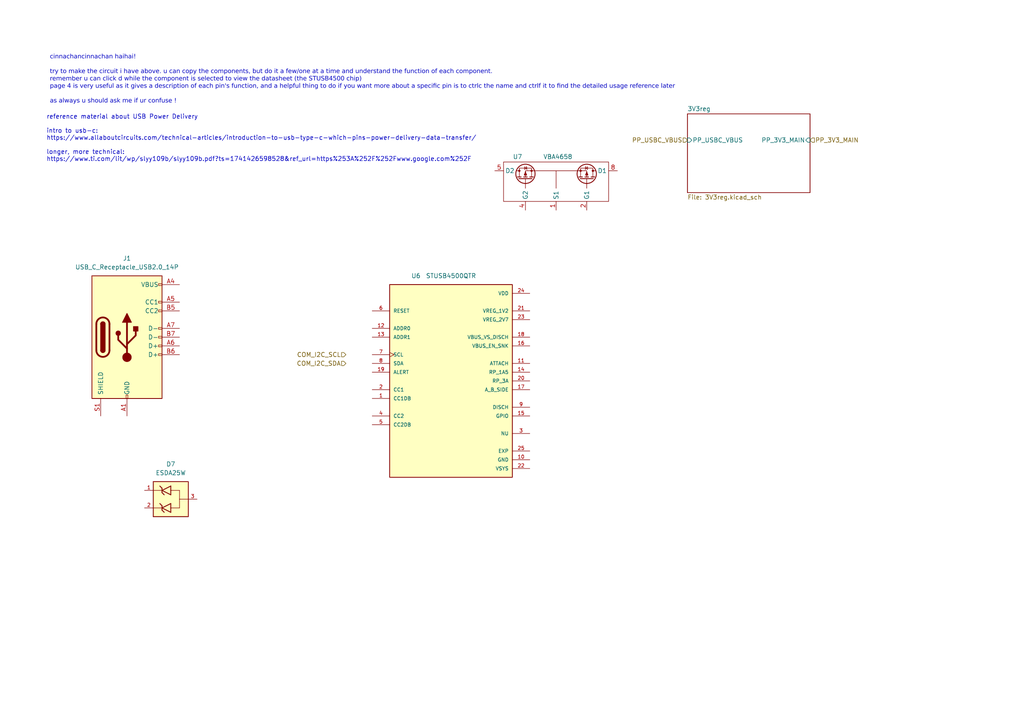
<source format=kicad_sch>
(kicad_sch (version 20250114) (generator "eeschema") (generator_version "9.0")
  (paper "A4")
  (lib_symbols
    (symbol "Connector:USB_C_Receptacle_USB2.0" (pin_names (offset 1.016))
      (property "Reference" "J6" (at 0 22.86 0))
      (property "Value" "USB_C_Receptacle_USB2.0" (at 0 20.32 0))
      (symbol "USB_C_Receptacle_USB2.0_0_0"
        (rectangle (start -0.254 -17.78) (end 0.254 -16.764))
        (rectangle (start 10.16 15.494) (end 9.144 14.986))
        (rectangle (start 10.16 10.414) (end 9.144 9.906))
        (rectangle (start 10.16 7.874) (end 9.144 7.366))
        (rectangle (start 10.16 2.794) (end 9.144 2.286))
        (rectangle (start 10.16 0.254) (end 9.144 -0.254))
        (rectangle (start 10.16 -2.286) (end 9.144 -2.794))
        (rectangle (start 10.16 -4.826) (end 9.144 -5.334))
        (rectangle (start 10.16 -12.446) (end 9.144 -12.954))
        (rectangle (start 10.16 -14.986) (end 9.144 -15.494))
      )
      (symbol "USB_C_Receptacle_USB2.0_0_1"
        (rectangle (start -10.16 17.78) (end 10.16 -17.78) (stroke (width 0.254)) (fill (type background)))
        (polyline (pts (xy -8.89 -3.81) (xy -8.89 3.81)) (stroke (width 0.508)))
        (rectangle (start -7.62 -3.81) (end -6.35 3.81) (stroke (width 0.254)) (fill (type outline)))
        (arc (start -7.62 3.81) (mid -6.985 4.4423) (end -6.35 3.81) (stroke (width 0.254)))
        (arc (start -7.62 3.81) (mid -6.985 4.4423) (end -6.35 3.81) (stroke (width 0.254)) (fill (type outline)))
        (arc (start -8.89 3.81) (mid -6.985 5.7067) (end -5.08 3.81) (stroke (width 0.508)))
        (arc (start -5.08 -3.81) (mid -6.985 -5.7067) (end -8.89 -3.81) (stroke (width 0.508)))
        (arc (start -6.35 -3.81) (mid -6.985 -4.4423) (end -7.62 -3.81) (stroke (width 0.254)))
        (arc (start -6.35 -3.81) (mid -6.985 -4.4423) (end -7.62 -3.81) (stroke (width 0.254)) (fill (type outline)))
        (polyline (pts (xy -5.08 3.81) (xy -5.08 -3.81)) (stroke (width 0.508)))
        (circle (center -2.54 1.143) (radius 0.635) (stroke (width 0.254)) (fill (type outline)))
        (polyline (pts (xy -1.27 4.318) (xy 0 6.858) (xy 1.27 4.318) (xy -1.27 4.318)) (stroke (width 0.254)) (fill (type outline)))
        (polyline (pts (xy 0 -2.032) (xy 2.54 0.508) (xy 2.54 1.778)) (stroke (width 0.508)))
        (polyline (pts (xy 0 -3.302) (xy -2.54 -0.762) (xy -2.54 0.508)) (stroke (width 0.508)))
        (polyline (pts (xy 0 -5.842) (xy 0 4.318)) (stroke (width 0.508)))
        (circle (center 0 -5.842) (radius 1.27) (fill (type outline)))
        (rectangle (start 1.905 1.778) (end 3.175 3.048) (stroke (width 0.254)) (fill (type outline)))
      )
      (symbol "USB_C_Receptacle_USB2.0_1_1"
        (pin passive line (at -7.62 -22.86 90) (length 5.08) (name "SHIELD") (number "S1"))
        (pin passive line (at 0 -22.86 90) (length 5.08) (hide yes) (name "GND") (number "A12B1"))
        (pin passive line (at 0 -22.86 90) (length 5.08) (name "GND") (number "A1B12"))
        (pin passive line (at 15.24 15.24 180) (length 5.08) (name "VBUS") (number "A4B9"))
        (pin passive line (at 15.24 15.24 180) (length 5.08) (hide yes) (name "VBUS") (number "A9B4"))
        (pin bidirectional line (at 15.24 10.16 180) (length 5.08) (name "CC1") (number "A5"))
        (pin bidirectional line (at 15.24 7.62 180) (length 5.08) (name "CC2") (number "B5"))
        (pin bidirectional line (at 15.24 2.54 180) (length 5.08) (name "D-") (number "A7"))
        (pin bidirectional line (at 15.24 0 180) (length 5.08) (name "D-") (number "B7"))
        (pin bidirectional line (at 15.24 -2.54 180) (length 5.08) (name "D+") (number "A6"))
        (pin bidirectional line (at 15.24 -5.08 180) (length 5.08) (name "D+") (number "B6"))
        (pin bidirectional line (at 15.24 -12.7 180) (length 5.08) (name "SBU1") (number "A8"))
        (pin bidirectional line (at 15.24 -15.24 180) (length 5.08) (name "SBU2") (number "B8"))
      )
    )
    (symbol "Connector:USB_C_Receptacle_USB2.0_14P" (pin_names (offset 1.016))
      (property "Reference" "J" (at 0 22.225 0))
      (property "Value" "USB_C_Receptacle_USB2.0_14P" (at 0 19.685 0))
      (symbol "USB_C_Receptacle_USB2.0_14P_0_0"
        (rectangle (start -0.254 -17.78) (end 0.254 -16.764))
        (rectangle (start 10.16 15.494) (end 9.144 14.986))
        (rectangle (start 10.16 10.414) (end 9.144 9.906))
        (rectangle (start 10.16 7.874) (end 9.144 7.366))
        (rectangle (start 10.16 2.794) (end 9.144 2.286))
        (rectangle (start 10.16 0.254) (end 9.144 -0.254))
        (rectangle (start 10.16 -2.286) (end 9.144 -2.794))
        (rectangle (start 10.16 -4.826) (end 9.144 -5.334))
      )
      (symbol "USB_C_Receptacle_USB2.0_14P_0_1"
        (rectangle (start -10.16 17.78) (end 10.16 -17.78) (stroke (width 0.254)) (fill (type background)))
        (polyline (pts (xy -8.89 -3.81) (xy -8.89 3.81)) (stroke (width 0.508)))
        (rectangle (start -7.62 -3.81) (end -6.35 3.81) (stroke (width 0.254)) (fill (type outline)))
        (arc (start -7.62 3.81) (mid -6.985 4.4423) (end -6.35 3.81) (stroke (width 0.254)))
        (arc (start -7.62 3.81) (mid -6.985 4.4423) (end -6.35 3.81) (stroke (width 0.254)) (fill (type outline)))
        (arc (start -8.89 3.81) (mid -6.985 5.7067) (end -5.08 3.81) (stroke (width 0.508)))
        (arc (start -5.08 -3.81) (mid -6.985 -5.7067) (end -8.89 -3.81) (stroke (width 0.508)))
        (arc (start -6.35 -3.81) (mid -6.985 -4.4423) (end -7.62 -3.81) (stroke (width 0.254)))
        (arc (start -6.35 -3.81) (mid -6.985 -4.4423) (end -7.62 -3.81) (stroke (width 0.254)) (fill (type outline)))
        (polyline (pts (xy -5.08 3.81) (xy -5.08 -3.81)) (stroke (width 0.508)))
        (circle (center -2.54 1.143) (radius 0.635) (stroke (width 0.254)) (fill (type outline)))
        (polyline (pts (xy -1.27 4.318) (xy 0 6.858) (xy 1.27 4.318) (xy -1.27 4.318)) (stroke (width 0.254)) (fill (type outline)))
        (polyline (pts (xy 0 -2.032) (xy 2.54 0.508) (xy 2.54 1.778)) (stroke (width 0.508)))
        (polyline (pts (xy 0 -3.302) (xy -2.54 -0.762) (xy -2.54 0.508)) (stroke (width 0.508)))
        (polyline (pts (xy 0 -5.842) (xy 0 4.318)) (stroke (width 0.508)))
        (circle (center 0 -5.842) (radius 1.27) (fill (type outline)))
        (rectangle (start 1.905 1.778) (end 3.175 3.048) (stroke (width 0.254)) (fill (type outline)))
      )
      (symbol "USB_C_Receptacle_USB2.0_14P_1_1"
        (pin passive line (at -7.62 -22.86 90) (length 5.08) (name "SHIELD") (number "S1"))
        (pin passive line (at 0 -22.86 90) (length 5.08) (name "GND") (number "A1"))
        (pin passive line (at 0 -22.86 90) (length 5.08) (hide yes) (name "GND") (number "A12"))
        (pin passive line (at 0 -22.86 90) (length 5.08) (hide yes) (name "GND") (number "B1"))
        (pin passive line (at 0 -22.86 90) (length 5.08) (hide yes) (name "GND") (number "B12"))
        (pin passive line (at 15.24 15.24 180) (length 5.08) (name "VBUS") (number "A4"))
        (pin passive line (at 15.24 15.24 180) (length 5.08) (hide yes) (name "VBUS") (number "A9"))
        (pin passive line (at 15.24 15.24 180) (length 5.08) (hide yes) (name "VBUS") (number "B4"))
        (pin passive line (at 15.24 15.24 180) (length 5.08) (hide yes) (name "VBUS") (number "B9"))
        (pin bidirectional line (at 15.24 10.16 180) (length 5.08) (name "CC1") (number "A5"))
        (pin bidirectional line (at 15.24 7.62 180) (length 5.08) (name "CC2") (number "B5"))
        (pin bidirectional line (at 15.24 2.54 180) (length 5.08) (name "D-") (number "A7"))
        (pin bidirectional line (at 15.24 0 180) (length 5.08) (name "D-") (number "B7"))
        (pin bidirectional line (at 15.24 -2.54 180) (length 5.08) (name "D+") (number "A6"))
        (pin bidirectional line (at 15.24 -5.08 180) (length 5.08) (name "D+") (number "B6"))
      )
    )
    (symbol "Device:C" (pin_numbers (hide yes)) (pin_names (offset 0.254))
      (property "Reference" "C" (at 0.635 2.54 0))
      (property "Value" "C" (at 0.635 -2.54 0))
      (symbol "C_0_1"
        (polyline (pts (xy -2.032 0.762) (xy 2.032 0.762)) (stroke (width 0.508)))
        (polyline (pts (xy -2.032 -0.762) (xy 2.032 -0.762)) (stroke (width 0.508)))
      )
      (symbol "C_1_1"
        (pin passive line (at 0 3.81 270) (length 2.794) (name "~") (number "1"))
        (pin passive line (at 0 -3.81 90) (length 2.794) (name "~") (number "2"))
      )
    )
    (symbol "Device:D_Zener" (pin_numbers (hide yes)) (pin_names (offset 1.016) (hide yes))
      (property "Reference" "D" (at 0 2.54 0))
      (property "Value" "D_Zener" (at 0 -2.54 0))
      (symbol "D_Zener_0_1"
        (polyline (pts (xy -1.27 -1.27) (xy -1.27 1.27) (xy -0.762 1.27)) (stroke (width 0.254)))
        (polyline (pts (xy 1.27 0) (xy -1.27 0)))
        (polyline (pts (xy 1.27 -1.27) (xy 1.27 1.27) (xy -1.27 0) (xy 1.27 -1.27)) (stroke (width 0.254)))
      )
      (symbol "D_Zener_1_1"
        (pin passive line (at -3.81 0 0) (length 2.54) (name "K") (number "1"))
        (pin passive line (at 3.81 0 180) (length 2.54) (name "A") (number "2"))
      )
    )
    (symbol "Device:R" (pin_numbers (hide yes)) (pin_names (offset 0))
      (property "Reference" "R" (at 2.032 0 90))
      (property "Value" "R" (at 0 0 90))
      (symbol "R_0_1"
        (rectangle (start -1.016 -2.54) (end 1.016 2.54) (stroke (width 0.254)))
      )
      (symbol "R_1_1"
        (pin passive line (at 0 3.81 270) (length 1.27) (name "~") (number "1"))
        (pin passive line (at 0 -3.81 90) (length 1.27) (name "~") (number "2"))
      )
    )
    (symbol "Jumper:Jumper_2_Open" (pin_names (offset 0) (hide yes))
      (property "Reference" "JP" (at 0 2.794 0))
      (property "Value" "Jumper_2_Open" (at 0 -2.286 0))
      (symbol "Jumper_2_Open_0_0"
        (circle (center -2.032 0) (radius 0.508))
        (circle (center 2.032 0) (radius 0.508))
      )
      (symbol "Jumper_2_Open_0_1"
        (arc (start -1.524 1.27) (mid 0 1.778) (end 1.524 1.27))
      )
      (symbol "Jumper_2_Open_1_1"
        (pin passive line (at -5.08 0 0) (length 2.54) (name "A") (number "1"))
        (pin passive line (at 5.08 0 180) (length 2.54) (name "B") (number "2"))
      )
    )
    (symbol "aaafootprintlib:ESDA25P35-1U1M" (pin_names (offset 1.016))
      (property "Reference" "D" (at -5.0835 2.4159 0))
      (property "Value" "ESDA25P35-1U1M" (at -5.0854 -4.9611 0))
      (symbol "ESDA25P35-1U1M_0_0"
        (polyline (pts (xy -1.27 0) (xy -1.27 1.27)) (stroke (width 0.254)))
        (polyline (pts (xy -1.27 0) (xy 1.27 -1.27)) (stroke (width 0.254)))
        (polyline (pts (xy -1.27 -1.27) (xy -1.27 0)) (stroke (width 0.254)))
        (polyline (pts (xy -0.635 -1.27) (xy -1.27 -1.27)) (stroke (width 0.254)))
        (polyline (pts (xy 1.27 1.27) (xy -1.27 0)) (stroke (width 0.254)))
        (polyline (pts (xy 1.27 -1.27) (xy 1.27 1.27)) (stroke (width 0.254)))
        (pin passive line (at -5.08 0 0) (length 5.08) (name "~") (number "C"))
        (pin passive line (at 5.08 0 180) (length 5.08) (name "~") (number "A"))
      )
    )
    (symbol "aaafootprintlib:ESDA25W" (pin_names (offset 1.016))
      (property "Reference" "D" (at -5.08 6.35 0))
      (property "Value" "ESDA25W" (at -5.08 -6.35 0))
      (symbol "ESDA25W_0_0"
        (polyline (pts (xy -5.08 2.54) (xy -2.54 2.54)) (stroke (width 0.1524)))
        (polyline (pts (xy -5.08 -2.54) (xy -2.54 -2.54)) (stroke (width 0.1524)))
        (rectangle (start -5.08 -5.08) (end 5.08 5.08) (stroke (width 0.254)) (fill (type background)))
        (polyline (pts (xy -3.175 3.81) (xy -2.54 3.175)) (stroke (width 0.254)))
        (polyline (pts (xy -3.175 -1.27) (xy -2.54 -1.905)) (stroke (width 0.254)))
        (polyline (pts (xy -2.54 3.175) (xy -2.54 2.54)) (stroke (width 0.254)))
        (polyline (pts (xy -2.54 2.54) (xy -2.54 1.905)) (stroke (width 0.254)))
        (polyline (pts (xy -2.54 2.54) (xy 0 3.81)) (stroke (width 0.254)))
        (polyline (pts (xy -2.54 1.905) (xy -1.905 1.27)) (stroke (width 0.254)))
        (polyline (pts (xy -2.54 -1.905) (xy -2.54 -2.54)) (stroke (width 0.254)))
        (polyline (pts (xy -2.54 -2.54) (xy -2.54 -3.175)) (stroke (width 0.254)))
        (polyline (pts (xy -2.54 -2.54) (xy 0 -1.27)) (stroke (width 0.254)))
        (polyline (pts (xy -2.54 -3.175) (xy -1.905 -3.81)) (stroke (width 0.254)))
        (polyline (pts (xy 0 3.81) (xy 0 2.54)) (stroke (width 0.254)))
        (polyline (pts (xy 0 2.54) (xy 0 1.27)) (stroke (width 0.254)))
        (polyline (pts (xy 0 1.27) (xy -2.54 2.54)) (stroke (width 0.254)))
        (polyline (pts (xy 0 -1.27) (xy 0 -2.54)) (stroke (width 0.254)))
        (polyline (pts (xy 0 -2.54) (xy 0 -3.81)) (stroke (width 0.254)))
        (polyline (pts (xy 0 -3.81) (xy -2.54 -2.54)) (stroke (width 0.254)))
        (polyline (pts (xy 2.54 2.54) (xy 0 2.54)) (stroke (width 0.1524)))
        (polyline (pts (xy 2.54 0) (xy 2.54 2.54)) (stroke (width 0.1524)))
        (polyline (pts (xy 2.54 0) (xy 5.08 0)) (stroke (width 0.1524)))
        (polyline (pts (xy 2.54 -2.54) (xy 0 -2.54)) (stroke (width 0.1524)))
        (polyline (pts (xy 2.54 -2.54) (xy 2.54 0)) (stroke (width 0.1524)))
        (pin passive line (at -7.62 2.54 0) (length 2.54) (name "~") (number "1"))
        (pin passive line (at -7.62 -2.54 0) (length 2.54) (name "~") (number "2"))
        (pin passive line (at 7.62 0 180) (length 2.54) (name "~") (number "3"))
      )
    )
    (symbol "aaafootprintlib:STUSB4500LQTR" (pin_names (offset 1.016))
      (property "Reference" "U" (at -17.78 28.575 0))
      (property "Value" "STUSB4500LQTR" (at -17.78 -30.48 0))
      (symbol "STUSB4500LQTR_0_0"
        (rectangle (start -17.78 -27.94) (end 17.78 27.94) (stroke (width 0.254)) (fill (type background)))
        (pin input line (at -22.86 20.32 0) (length 5.08) (name "RESET") (number "6"))
        (pin input line (at -22.86 15.24 0) (length 5.08) (name "ADDR0") (number "12"))
        (pin input line (at -22.86 12.7 0) (length 5.08) (name "ADDR1") (number "13"))
        (pin input clock (at -22.86 7.62 0) (length 5.08) (name "SCL") (number "7"))
        (pin bidirectional line (at -22.86 5.08 0) (length 5.08) (name "SDA") (number "8"))
        (pin output line (at -22.86 2.54 0) (length 5.08) (name "ALERT") (number "19"))
        (pin bidirectional line (at -22.86 -2.54 0) (length 5.08) (name "CC1") (number "2"))
        (pin bidirectional line (at -22.86 -5.08 0) (length 5.08) (name "CC1DB") (number "1"))
        (pin bidirectional line (at -22.86 -10.16 0) (length 5.08) (name "CC2") (number "4"))
        (pin bidirectional line (at -22.86 -12.7 0) (length 5.08) (name "CC2DB") (number "5"))
        (pin power_in line (at 22.86 25.4 180) (length 5.08) (name "VDD") (number "24"))
        (pin output line (at 22.86 20.32 180) (length 5.08) (name "VREG_1V2") (number "21"))
        (pin output line (at 22.86 17.78 180) (length 5.08) (name "VREG_2V7") (number "23"))
        (pin input line (at 22.86 12.7 180) (length 5.08) (name "VBUS_VS_DISCH") (number "18"))
        (pin output line (at 22.86 10.16 180) (length 5.08) (name "VBUS_EN_SNK") (number "16"))
        (pin output line (at 22.86 5.08 180) (length 5.08) (name "ATTACH") (number "11"))
        (pin output line (at 22.86 2.54 180) (length 5.08) (name "RP_1A5") (number "14"))
        (pin output line (at 22.86 0 180) (length 5.08) (name "RP_3A") (number "20"))
        (pin output line (at 22.86 -2.54 180) (length 5.08) (name "A_B_SIDE") (number "17"))
        (pin bidirectional line (at 22.86 -7.62 180) (length 5.08) (name "DISCH") (number "9"))
        (pin bidirectional line (at 22.86 -10.16 180) (length 5.08) (name "GPIO") (number "15"))
        (pin passive line (at 22.86 -15.24 180) (length 5.08) (name "NU") (number "3"))
        (pin power_in line (at 22.86 -20.32 180) (length 5.08) (name "EXP") (number "25"))
        (pin power_in line (at 22.86 -22.86 180) (length 5.08) (name "GND") (number "10"))
        (pin power_in line (at 22.86 -25.4 180) (length 5.08) (name "VSYS") (number "22"))
      )
    )
    (symbol "aaafootprintlib:VBA4658"
      (property "Reference" "U2" (at -10.922 -2.286 0))
      (property "Value" "VBA4658" (at 0.762 -2.286 0))
      (symbol "VBA4658_0_1"
        (rectangle (start -13.97 -3.81) (end 16.51 -15.24))
        (polyline (pts (xy -10.16 -6.35) (xy -9.398 -6.35)))
        (polyline (pts (xy -9.906 -8.128) (xy -8.89 -8.128)) (stroke (width 0.254)))
        (polyline (pts (xy -9.525 -8.636) (xy -5.715 -8.636)) (stroke (width 0.254)))
        (circle (center -9.398 -6.35) (radius 0.254) (fill (type outline)))
        (polyline (pts (xy -9.398 -8.128) (xy -9.398 -5.588) (xy -5.842 -5.588) (xy -5.842 -8.128)))
        (polyline (pts (xy -8.128 -8.128) (xy -7.112 -8.128)) (stroke (width 0.254)))
        (polyline (pts (xy -7.62 -6.604) (xy -8.001 -7.62) (xy -7.239 -7.62) (xy -7.62 -6.604)) (fill (type outline)))
        (circle (center -7.62 -7.239) (radius 2.794) (stroke (width 0.254)))
        (polyline (pts (xy -7.62 -8.636) (xy -7.62 -11.43)))
        (polyline (pts (xy -7.239 -5.588) (xy -7.874 -5.969) (xy -7.874 -5.207) (xy -7.239 -5.588)))
        (polyline (pts (xy -7.112 -6.096) (xy -7.239 -5.969) (xy -7.239 -5.207) (xy -7.366 -5.08)))
        (polyline (pts (xy -6.35 -8.128) (xy -5.334 -8.128)) (stroke (width 0.254)))
        (circle (center -5.842 -6.35) (radius 0.254) (fill (type outline)))
        (polyline (pts (xy -5.08 -6.35) (xy 7.62 -6.35)))
        (polyline (pts (xy -5.08 -6.35) (xy -7.62 -6.35) (xy -7.62 -8.128)))
        (polyline (pts (xy 1.27 -6.35) (xy 1.27 -11.43)))
        (polyline (pts (xy 7.62 -6.35) (xy 10.16 -6.35) (xy 10.16 -8.128)))
        (circle (center 8.382 -6.35) (radius 0.254) (fill (type outline)))
        (polyline (pts (xy 8.89 -8.128) (xy 7.874 -8.128)) (stroke (width 0.254)))
        (polyline (pts (xy 9.652 -6.096) (xy 9.779 -5.969) (xy 9.779 -5.207) (xy 9.906 -5.08)))
        (polyline (pts (xy 9.779 -5.588) (xy 10.414 -5.969) (xy 10.414 -5.207) (xy 9.779 -5.588)))
        (polyline (pts (xy 10.16 -6.604) (xy 10.541 -7.62) (xy 9.779 -7.62) (xy 10.16 -6.604)) (fill (type outline)))
        (circle (center 10.16 -7.239) (radius 2.794) (stroke (width 0.254)))
        (polyline (pts (xy 10.16 -8.636) (xy 10.16 -11.43)))
        (polyline (pts (xy 10.668 -8.128) (xy 9.652 -8.128)) (stroke (width 0.254)))
        (circle (center 11.938 -6.35) (radius 0.254) (fill (type outline)))
        (polyline (pts (xy 11.938 -8.128) (xy 11.938 -5.588) (xy 8.382 -5.588) (xy 8.382 -8.128)))
        (polyline (pts (xy 12.065 -8.636) (xy 8.255 -8.636)) (stroke (width 0.254)))
        (polyline (pts (xy 12.446 -8.128) (xy 11.43 -8.128)) (stroke (width 0.254)))
        (polyline (pts (xy 12.7 -6.35) (xy 11.938 -6.35)))
      )
      (symbol "VBA4658_1_1"
        (pin passive line (at -16.51 -6.35 0) (length 2.54) (hide yes) (name "D1") (number "7"))
        (pin passive line (at -16.51 -6.35 0) (length 2.54) (name "D1") (number "8"))
        (pin input line (at -7.62 -17.78 90) (length 2.54) (name "G1") (number "2"))
        (pin passive line (at 1.27 -17.78 90) (length 2.54) (name "S1") (number "1"))
        (pin passive line (at 1.27 -17.78 90) (length 2.54) (hide yes) (name "S2") (number "3"))
        (pin input line (at 10.16 -17.78 90) (length 2.54) (name "G2") (number "4"))
        (pin passive line (at 19.05 -6.35 180) (length 2.54) (name "D2") (number "5"))
        (pin passive line (at 19.05 -6.35 180) (length 2.54) (hide yes) (name "D2") (number "6"))
      )
    )
    (symbol "power:GND" (power) (pin_names (offset 0))
      (property "Value" "GND" (at 0 -3.81 0))
      (symbol "GND_0_1"
        (polyline (pts (xy 0 0) (xy 0 -1.27) (xy 1.27 -1.27) (xy 0 -2.54) (xy -1.27 -1.27) (xy 0 -1.27)))
      )
      (symbol "GND_1_1"
        (pin power_in line (at 0 0 270) (length 0) (hide yes) (name "GND") (number "1"))
      )
    )
  )
  (rectangle (start 13.97 -87.63) (end 275.59 -2.54))
  (text "cinnachancinnachan haihai!\n\ntry to make the circuit i have above. u can copy the components, but do it a few/one at a time and understand the function of each component.\nremember u can click d while the component is selected to view the datasheet (the STUSB4500 chip)\npage 4 is very useful as it gives a description of each pin's function, and a helpful thing to do if you want more about a specific pin is to ctrlc the name and ctrlf it to find the detailed usage reference later\n\nas always u should ask me if ur confuse !" (at 14.478 23.368 0) (effects (font (size 1.27 1.27)) (justify left)))
  (text "reference material about USB Power Delivery\n\nintro to usb-c:\nhttps://www.allaboutcircuits.com/technical-articles/introduction-to-usb-type-c-which-pins-power-delivery-data-transfer/\n\nlonger, more technical:\nhttps://www.ti.com/lit/wp/slyy109b/slyy109b.pdf?ts=1741426598528&ref_url=https%253A%252F%252Fwww.google.com%252F" (at 13.462 40.132 0) (effects (font (size 1.27 1.27)) (justify left)))
  (text "(Lisha's Reference) STUSB4500 USB-PD Interface and Power Path Controller" (at 53.594 -84.836 0) (effects (font (size 1.27 1.27))))
  (junction (at 158.75 -16.51))
  (junction (at 156.21 -73.66))
  (junction (at 199.39 -52.07))
  (junction (at 187.96 -52.07))
  (junction (at 69.85 -63.5))
  (junction (at 205.74 -52.07))
  (junction (at 99.06 -39.37))
  (junction (at 158.75 -19.05))
  (junction (at 194.31 -52.07))
  (junction (at 99.06 -31.75))
  (junction (at 196.85 -62.23))
  (junction (at 144.78 -73.66))
  (junction (at 63.5 -11.43))
  (junction (at 77.47 -11.43))
  (junction (at 69.85 -73.66))
  (junction (at 81.28 -73.66))
  (junction (at 215.265 -73.66))
  (no_connect (at 144.78 -34.29))
  (no_connect (at 144.78 -26.67))
  (no_connect (at 49.53 -45.72))
  (no_connect (at 49.53 -43.18))
  (no_connect (at 144.78 -39.37))
  (wire (pts (xy 69.85 -63.5) (xy 69.85 -64.77)))
  (wire (pts (xy 25.4 -12.7) (xy 34.29 -12.7)))
  (wire (pts (xy 199.39 -53.34) (xy 199.39 -52.07)))
  (wire (pts (xy 144.78 -41.91) (xy 152.4 -41.91)))
  (wire (pts (xy 92.71 -54.61) (xy 99.06 -54.61)))
  (wire (pts (xy 144.78 -44.45) (xy 152.4 -44.45)))
  (wire (pts (xy 243.84 -73.66) (xy 248.92 -73.66)))
  (wire (pts (xy 156.21 -73.66) (xy 179.07 -73.66)))
  (wire (pts (xy 215.265 -73.66) (xy 215.265 -71.12)))
  (wire (pts (xy 77.47 -11.43) (xy 91.44 -11.43)))
  (wire (pts (xy 214.63 -73.66) (xy 215.265 -73.66)))
  (wire (pts (xy 25.4 -17.78) (xy 34.29 -17.78)))
  (wire (pts (xy 144.78 -54.61) (xy 156.21 -54.61)))
  (wire (pts (xy 215.265 -53.975) (xy 215.265 -52.07)))
  (wire (pts (xy 92.71 -57.15) (xy 99.06 -57.15)))
  (wire (pts (xy 49.53 -68.58) (xy 58.42 -68.58)))
  (wire (pts (xy 49.53 -66.04) (xy 58.42 -66.04)))
  (wire (pts (xy 158.75 -21.59) (xy 158.75 -19.05)))
  (wire (pts (xy 194.31 -62.23) (xy 194.31 -60.96)))
  (wire (pts (xy 196.85 -62.23) (xy 194.31 -62.23)))
  (wire (pts (xy 81.28 -62.23) (xy 99.06 -62.23)))
  (wire (pts (xy 63.5 -11.43) (xy 77.47 -11.43)))
  (wire (pts (xy 81.28 -73.66) (xy 144.78 -73.66)))
  (wire (pts (xy 215.265 -73.66) (xy 233.68 -73.66)))
  (wire (pts (xy 144.78 -67.31) (xy 144.78 -73.66)))
  (wire (pts (xy 69.85 -62.23) (xy 69.85 -63.5)))
  (wire (pts (xy 162.56 -52.07) (xy 187.96 -52.07)))
  (wire (pts (xy 93.98 -31.75) (xy 99.06 -31.75)))
  (wire (pts (xy 93.98 -44.45) (xy 99.06 -44.45)))
  (wire (pts (xy 187.96 -52.07) (xy 194.31 -52.07)))
  (wire (pts (xy 144.78 -62.23) (xy 152.4 -62.23)))
  (wire (pts (xy 69.85 -73.66) (xy 69.85 -72.39)))
  (wire (pts (xy 144.78 -16.51) (xy 158.75 -16.51)))
  (wire (pts (xy 69.85 -19.05) (xy 77.47 -19.05)))
  (wire (pts (xy 144.78 -59.69) (xy 152.4 -59.69)))
  (wire (pts (xy 205.74 -62.23) (xy 205.74 -52.07)))
  (wire (pts (xy 144.78 -52.07) (xy 154.94 -52.07)))
  (wire (pts (xy 199.39 -52.07) (xy 205.74 -52.07)))
  (wire (pts (xy 194.31 -53.34) (xy 194.31 -52.07)))
  (wire (pts (xy 144.78 -46.99) (xy 152.4 -46.99)))
  (wire (pts (xy 49.53 -60.96) (xy 49.53 -58.42)))
  (wire (pts (xy 156.21 -54.61) (xy 156.21 -59.69)))
  (wire (pts (xy 49.53 -73.66) (xy 69.85 -73.66)))
  (wire (pts (xy 187.96 -62.23) (xy 187.96 -52.07)))
  (wire (pts (xy 93.98 -49.53) (xy 99.06 -49.53)))
  (wire (pts (xy 144.78 -21.59) (xy 158.75 -21.59)))
  (wire (pts (xy 69.85 -73.66) (xy 81.28 -73.66)))
  (wire (pts (xy 205.74 -52.07) (xy 215.265 -52.07)))
  (wire (pts (xy 144.78 -19.05) (xy 158.75 -19.05)))
  (wire (pts (xy 81.28 -63.5) (xy 69.85 -63.5)))
  (wire (pts (xy 93.98 -46.99) (xy 99.06 -46.99)))
  (wire (pts (xy 99.06 -39.37) (xy 99.06 -36.83)))
  (wire (pts (xy 196.85 -62.23) (xy 199.39 -62.23)))
  (wire (pts (xy 215.265 -63.5) (xy 215.265 -61.595)))
  (wire (pts (xy 93.98 -39.37) (xy 99.06 -39.37)))
  (wire (pts (xy 194.31 -52.07) (xy 199.39 -52.07)))
  (wire (pts (xy 99.06 -31.75) (xy 99.06 -29.21)))
  (wire (pts (xy 83.82 -19.05) (xy 91.44 -19.05)))
  (wire (pts (xy 144.78 -73.66) (xy 156.21 -73.66)))
  (wire (pts (xy 158.75 -19.05) (xy 158.75 -16.51)))
  (wire (pts (xy 199.39 -62.23) (xy 199.39 -60.96)))
  (wire (pts (xy 49.53 -55.88) (xy 49.53 -53.34)))
  (wire (pts (xy 144.78 -31.75) (xy 152.4 -31.75)))
  (wire (pts (xy 156.21 -73.66) (xy 156.21 -67.31)))
  (wire (pts (xy 57.15 -19.05) (xy 63.5 -19.05)))
  (label "2V7" (at 144.78 -59.69 0))
  (label "ADDR1" (at 92.71 -54.61 0))
  (label "pp_usbc_vbus" (at 85.09 -19.05 0))
  (label "vbus_fet_out" (at 215.9 -73.66 0))
  (label "GPIO" (at 144.78 -31.75 0))
  (label "CC1" (at 93.98 -39.37 0))
  (label "aler" (at 93.98 -44.45 0))
  (label "1V2" (at 144.78 -62.23 0))
  (label "attach" (at 144.78 -46.99 0))
  (label "CC2" (at 52.07 -66.04 0))
  (label "3A" (at 144.78 -41.91 0))
  (label "2V7" (at 58.42 -19.05 0))
  (label "1A5" (at 144.78 -44.45 0))
  (label "ADDR0" (at 92.71 -57.15 0))
  (label "reset" (at 88.265 -62.23 0))
  (label "scl" (at 93.98 -49.53 0))
  (label "CC1" (at 27.94 -12.7 0))
  (label "vbus_en" (at 144.78 -52.07 0))
  (label "CC1" (at 52.07 -68.58 0))
  (label "CC2" (at 27.94 -17.78 0))
  (label "CC2" (at 93.98 -31.75 0))
  (label "vbus_disch" (at 144.78 -54.61 0))
  (label "pp_usbc_vbus" (at 52.07 -73.66 0))
  (label "1V2" (at 71.12 -19.05 0))
  (label "sda" (at 93.98 -46.99 0))
  (global_label "COM_USBC_+" (shape input) (at 49.53 -53.34 0) (property "Intersheetrefs" "${INTERSHEET_REFS}" (effects (hide yes))))
  (global_label "COM_USBC_-" (shape input) (at 49.53 -58.42 0) (property "Intersheetrefs" "${INTERSHEET_REFS}" (effects (hide yes))))
  (global_label "PP_INPUT" (shape input) (at 248.92 -73.66 0) (property "Intersheetrefs" "${INTERSHEET_REFS}" (effects (hide yes))))
  (hierarchical_label "COM_I2C_SCL" (shape input) (at 100.33 102.87 180))
  (hierarchical_label "COM_I2C_SDA" (shape input) (at 100.33 105.41 180))
  (hierarchical_label "PP_3V3_MAIN" (shape input) (at 234.95 40.64 0))
  (hierarchical_label "PP_USBC_VBUS" (shape input) (at 199.39 40.64 180))
  (symbol (lib_id "Device:C") (at 91.44 -15.24 0) (unit 1)
    (property "Reference" "C6" (at 93.98 -16.51 0) (effects (justify left)))
    (property "Value" "C1u 50V" (at 93.98 -13.97 0) (effects (justify left)))
    (property "Footprint" "Capacitor_SMD:C_0402_1005Metric" (effects (hide yes)))
  )
  (symbol (lib_id "power:GND") (at 69.85 -62.23 0) (unit 1)
    (property "Reference" "#PWR08" (effects (hide yes)))
    (property "Value" "GND" (at 69.85 -58.42 0))
  )
  (symbol (lib_id "aaafootprintlib:STUSB4500LQTR") (at 121.92 -41.91 0) (unit 1)
    (property "Reference" "U4" (at 111.76 -72.39 0))
    (property "Value" "STUSB4500QTR" (at 121.92 -72.39 0))
    (property "Footprint" "QFN50P400X400X100-25N" (effects (hide yes)))
  )
  (symbol (lib_id "Device:C") (at 215.265 -67.31 0) (unit 1)
    (property "Reference" "C7" (at 219.075 -68.58 0) (effects (justify left)))
    (property "Value" "C100n 50V" (at 219.075 -66.04 0) (effects (justify left)))
    (property "Footprint" "Capacitor_SMD:C_0402_1005Metric" (effects (hide yes)))
  )
  (symbol (lib_id "Device:R") (at 158.75 -52.07 90) (unit 1)
    (property "Reference" "R8" (at 158.75 -57.15 90))
    (property "Value" "R22k 125mW" (at 163.576 -55.118 90))
    (property "Footprint" "Resistor_SMD:R_0402_1005Metric" (effects (hide yes)))
  )
  (symbol (lib_id "aaafootprintlib:VBA4658") (at 198.12 -80.01 0) (mirror y) (unit 1)
    (property "Reference" "U5" (at 185.674 -77.724 0))
    (property "Value" "VBA4658" (at 197.358 -77.724 0))
    (property "Footprint" "Package_SO:SO-8_3.9x4.9mm_P1.27mm" (effects (hide yes)))
  )
  (symbol (lib_id "Device:R") (at 156.21 -63.5 180) (unit 1)
    (property "Reference" "R7" (at 158.75 -64.77 0) (effects (justify right)))
    (property "Value" "R1k 125mW" (at 158.75 -62.23 0) (effects (justify right)))
    (property "Footprint" "Resistor_SMD:R_0402_1005Metric" (effects (hide yes)))
  )
  (symbol (lib_id "aaafootprintlib:ESDA25W") (at 49.53 144.78 0) (unit 1)
    (property "Reference" "D7" (at 49.53 134.62 0))
    (property "Value" "ESDA25W" (at 49.53 137.16 0))
    (property "Footprint" "SOT65P210X110-3N" (effects (hide yes)))
  )
  (symbol (lib_id "power:GND") (at 81.28 -54.61 0) (unit 1)
    (property "Reference" "#PWR010" (effects (hide yes)))
    (property "Value" "GND" (at 81.28 -49.53 0))
  )
  (symbol (lib_id "Connector:USB_C_Receptacle_USB2.0_14P") (at 36.83 97.79 0) (unit 1)
    (property "Reference" "J1" (at 36.83 74.93 0))
    (property "Value" "USB_C_Receptacle_USB2.0_14P" (at 36.83 77.47 0))
    (property "Datasheet" "https://www.usb.org/sites/default/files/documents/usb_type-c.zip" (effects (hide yes)))
    (property "Description" "USB 2.0-only 14P Type-C Receptacle connector" (effects (hide yes)))
  )
  (symbol (lib_id "Device:D_Zener") (at 194.31 -57.15 270) (unit 1)
    (property "Reference" "D6" (at 190.5 -48.26 90) (effects (justify left)))
    (property "Value" "Zener_16-17V" (at 190.5 -45.72 90) (effects (justify left)))
    (property "Footprint" "Diode_SMD:D_SOD-123" (effects (hide yes)))
  )
  (symbol (lib_id "aaafootprintlib:VBA4658") (at 162.56 43.18 0) (mirror y) (unit 1)
    (property "Reference" "U7" (at 150.114 45.466 0))
    (property "Value" "VBA4658" (at 161.798 45.466 0))
    (property "Footprint" "Package_SO:SO-8_3.9x4.9mm_P1.27mm" (effects (hide yes)))
  )
  (symbol (lib_id "aaafootprintlib:ESDA25P35-1U1M") (at 81.28 -68.58 270) (unit 1)
    (property "Reference" "D5" (at 83.82 -69.85 90) (effects (justify left)))
    (property "Value" "ESDA25P35-1U1M" (at 83.82 -67.31 90) (effects (justify left)))
    (property "Footprint" "TVS_ESDA25P35-1U1M" (effects (hide yes)))
  )
  (symbol (lib_id "Jumper:Jumper_2_Open") (at 238.76 -73.66 0) (mirror y) (unit 1) (in_bom no)
    (property "Reference" "JP3" (at 238.76 -80.01 0))
    (property "Value" "Jumper_2_Open" (at 238.76 -77.47 0))
    (property "Footprint" "Jumper:SolderJumper-2_P1.3mm_Open_TrianglePad1.0x1.5mm" (effects (hide yes)))
  )
  (symbol (lib_id "Device:C") (at 77.47 -15.24 0) (unit 1)
    (property "Reference" "C5" (at 80.01 -16.51 0) (effects (justify left)))
    (property "Value" "C1u 50V" (at 80.01 -13.97 0) (effects (justify left)))
    (property "Footprint" "Capacitor_SMD:C_0402_1005Metric" (effects (hide yes)))
  )
  (symbol (lib_id "Device:R") (at 199.39 -57.15 0) (mirror x) (unit 1)
    (property "Reference" "R9" (at 204.978 -48.006 0) (effects (justify left)))
    (property "Value" "R100k 125mW" (at 204.978 -45.72 0) (effects (justify left)))
    (property "Footprint" "Resistor_SMD:R_0402_1005Metric" (effects (hide yes)))
  )
  (symbol (lib_id "Device:C") (at 69.85 -68.58 0) (unit 1)
    (property "Reference" "C4" (at 73.406 -68.58 0) (effects (justify left)))
    (property "Value" "C4u7 50V" (at 70.358 -65.532 0) (effects (justify left)))
    (property "Footprint" "Capacitor_SMD:C_0603_1608Metric" (effects (hide yes)))
  )
  (symbol (lib_id "power:GND") (at 34.29 -35.56 0) (unit 1)
    (property "Reference" "#PWR06" (effects (hide yes)))
    (property "Value" "GND" (at 34.29 -30.48 0))
  )
  (symbol (lib_id "Device:R") (at 81.28 -58.42 0) (mirror y) (unit 1)
    (property "Reference" "R4" (at 79.248 -57.658 0) (effects (justify left)))
    (property "Value" "R10k 125mW" (at 79.248 -55.118 0) (effects (justify left)))
    (property "Footprint" "Resistor_SMD:R_0402_1005Metric" (effects (hide yes)))
  )
  (symbol (lib_id "Device:C") (at 63.5 -15.24 0) (unit 1)
    (property "Reference" "C3" (at 66.04 -16.51 0) (effects (justify left)))
    (property "Value" "C1u 50V" (at 66.04 -13.97 0) (effects (justify left)))
    (property "Footprint" "Capacitor_SMD:C_0402_1005Metric" (effects (hide yes)))
  )
  (symbol (lib_id "aaafootprintlib:ESDA25W") (at 41.91 -15.24 0) (unit 1)
    (property "Reference" "D4" (at 41.91 -25.4 0))
    (property "Value" "ESDA25W" (at 41.91 -22.86 0))
    (property "Footprint" "SOT65P210X110-3N" (effects (hide yes)))
  )
  (symbol (lib_id "power:GND") (at 63.5 -11.43 0) (unit 1)
    (property "Reference" "#PWR07" (effects (hide yes)))
    (property "Value" "GND" (at 63.5 -6.35 0))
  )
  (symbol (lib_id "power:GND") (at 49.53 -15.24 0) (unit 1)
    (property "Reference" "#PWR09" (effects (hide yes)))
    (property "Value" "GND" (at 49.53 -10.16 0))
  )
  (symbol (lib_id "Connector:USB_C_Receptacle_USB2.0") (at 34.29 -58.42 0) (unit 1)
    (property "Reference" "J3" (at 34.29 -81.28 0))
    (property "Value" "USB_C_Receptacle_USB2.0" (at 34.29 -78.74 0))
    (property "Footprint" "MC-110LD [USB-C]" (effects (hide yes)))
  )
  (symbol (lib_id "power:GND") (at 26.67 -35.56 0) (unit 1)
    (property "Reference" "#PWR05" (effects (hide yes)))
    (property "Value" "GND" (at 26.67 -30.48 0))
  )
  (symbol (lib_id "power:GND") (at 158.75 -16.51 90) (unit 1)
    (property "Reference" "#PWR011" (effects (hide yes)))
    (property "Value" "GND" (at 162.56 -16.5101 90) (effects (justify right)))
  )
  (symbol (lib_id "Device:R") (at 215.265 -57.785 180) (unit 1)
    (property "Reference" "R11" (at 217.17 -59.055 0) (effects (justify right)))
    (property "Value" "R100 125mW" (at 217.17 -56.515 0) (effects (justify right)))
    (property "Footprint" "Resistor_SMD:R_0402_1005Metric" (effects (hide yes)))
  )
  (symbol (lib_id "aaafootprintlib:STUSB4500LQTR") (at 130.81 110.49 0) (unit 1)
    (property "Reference" "U6" (at 120.65 80.01 0))
    (property "Value" "STUSB4500QTR" (at 130.81 80.01 0))
    (property "Footprint" "QFN50P400X400X100-25N" (effects (hide yes)))
  )
  (sheet (at 199.39 33.02) (size 35.56 22.86) (stroke (width 0.1524))
    (property "Sheetname" "3V3reg" (at 199.39 32.3084 0) (effects (justify left bottom)))
    (property "Sheetfile" "3V3reg.kicad_sch" (at 199.39 56.4646 0) (effects (justify left top)))
    (pin "PP_USBC_VBUS" input (at 199.39 40.64 180))
    (pin "PP_3V3_MAIN" input (at 234.95 40.64 0))
  )
)
</source>
